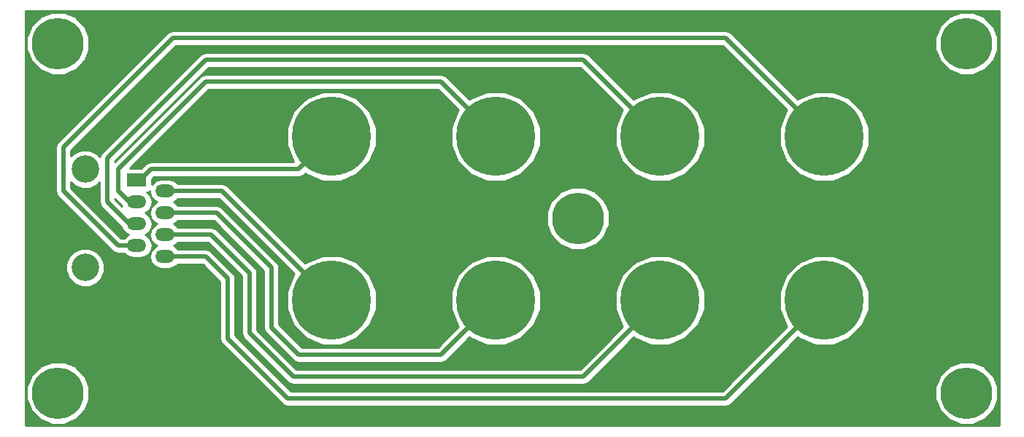
<source format=gtl>
G04 (created by PCBNEW (2013-07-07 BZR 4022)-stable) date 6/30/2014 12:53:30 AM*
%MOIN*%
G04 Gerber Fmt 3.4, Leading zero omitted, Abs format*
%FSLAX34Y34*%
G01*
G70*
G90*
G04 APERTURE LIST*
%ADD10C,0.00590551*%
%ADD11C,0.23622*%
%ADD12C,0.36*%
%ADD13R,0.0885X0.059*%
%ADD14O,0.0885X0.059*%
%ADD15C,0.125984*%
%ADD16C,0.02*%
%ADD17C,0.01*%
G04 APERTURE END LIST*
G54D10*
G54D11*
X52250Y-43750D03*
X52250Y-59750D03*
X93750Y-43750D03*
X93750Y-59750D03*
G54D12*
X64750Y-48000D03*
X64750Y-55500D03*
X72250Y-48000D03*
X72250Y-55500D03*
X79750Y-48000D03*
X79750Y-55500D03*
X87250Y-48000D03*
X87250Y-55500D03*
G54D13*
X55852Y-50000D03*
G54D14*
X55852Y-51000D03*
X57147Y-50500D03*
X57147Y-51500D03*
G54D15*
X53500Y-54000D03*
X53500Y-49500D03*
G54D14*
X57147Y-52500D03*
X55852Y-52000D03*
X55852Y-53000D03*
X57147Y-53500D03*
G54D11*
X76000Y-51750D03*
G54D16*
X57000Y-52500D02*
X59250Y-52500D01*
X76250Y-59000D02*
X79750Y-55500D01*
X63000Y-59000D02*
X76250Y-59000D01*
X61000Y-57000D02*
X63000Y-59000D01*
X61000Y-54250D02*
X61000Y-57000D01*
X59250Y-52500D02*
X61000Y-54250D01*
X58000Y-49500D02*
X63250Y-49500D01*
X56500Y-49500D02*
X58000Y-49500D01*
X56000Y-50000D02*
X56500Y-49500D01*
X63250Y-49500D02*
X64750Y-48000D01*
X57000Y-50500D02*
X59750Y-50500D01*
X59750Y-50500D02*
X64750Y-55500D01*
X72250Y-48000D02*
X69750Y-45500D01*
X56000Y-51000D02*
X55500Y-51000D01*
X59000Y-45500D02*
X69750Y-45500D01*
X55000Y-49500D02*
X59000Y-45500D01*
X55000Y-50500D02*
X55000Y-49500D01*
X55500Y-51000D02*
X55000Y-50500D01*
X57000Y-51500D02*
X59500Y-51500D01*
X69750Y-58000D02*
X72250Y-55500D01*
X63250Y-58000D02*
X69750Y-58000D01*
X62000Y-56750D02*
X63250Y-58000D01*
X62000Y-54000D02*
X62000Y-56750D01*
X59500Y-51500D02*
X62000Y-54000D01*
X79750Y-48000D02*
X76250Y-44500D01*
X56000Y-52000D02*
X55500Y-52000D01*
X59000Y-44500D02*
X76250Y-44500D01*
X58500Y-45000D02*
X59000Y-44500D01*
X54500Y-49000D02*
X58500Y-45000D01*
X54500Y-49500D02*
X54500Y-49000D01*
X54500Y-51000D02*
X54500Y-49500D01*
X55500Y-52000D02*
X54500Y-51000D01*
X87250Y-48000D02*
X82750Y-43500D01*
X56000Y-53000D02*
X55000Y-53000D01*
X57500Y-43500D02*
X82750Y-43500D01*
X52500Y-48500D02*
X57500Y-43500D01*
X52500Y-50500D02*
X52500Y-48500D01*
X55000Y-53000D02*
X52500Y-50500D01*
X57000Y-53500D02*
X59000Y-53500D01*
X82750Y-60000D02*
X87250Y-55500D01*
X62750Y-60000D02*
X82750Y-60000D01*
X60000Y-57250D02*
X62750Y-60000D01*
X60000Y-57000D02*
X60000Y-57250D01*
X60000Y-54500D02*
X60000Y-57000D01*
X59000Y-53500D02*
X60000Y-54500D01*
G54D10*
G36*
X55184Y-51189D02*
X54850Y-50855D01*
X54850Y-50844D01*
X55181Y-51176D01*
X55184Y-51189D01*
X55184Y-51189D01*
G37*
G54D17*
X55184Y-51189D02*
X54850Y-50855D01*
X54850Y-50844D01*
X55181Y-51176D01*
X55184Y-51189D01*
G54D10*
G36*
X55477Y-52500D02*
X55306Y-52614D01*
X55282Y-52650D01*
X55144Y-52650D01*
X52850Y-50355D01*
X52850Y-50094D01*
X53000Y-50245D01*
X53011Y-50250D01*
X53013Y-50254D01*
X53169Y-50315D01*
X53324Y-50379D01*
X53332Y-50379D01*
X53339Y-50382D01*
X53506Y-50379D01*
X53674Y-50380D01*
X53681Y-50377D01*
X53689Y-50376D01*
X53986Y-50254D01*
X53987Y-50250D01*
X53997Y-50246D01*
X54150Y-50094D01*
X54150Y-51000D01*
X54176Y-51133D01*
X54252Y-51247D01*
X55181Y-52176D01*
X55187Y-52208D01*
X55306Y-52385D01*
X55477Y-52500D01*
X55477Y-52500D01*
G37*
G54D17*
X55477Y-52500D02*
X55306Y-52614D01*
X55282Y-52650D01*
X55144Y-52650D01*
X52850Y-50355D01*
X52850Y-50094D01*
X53000Y-50245D01*
X53011Y-50250D01*
X53013Y-50254D01*
X53169Y-50315D01*
X53324Y-50379D01*
X53332Y-50379D01*
X53339Y-50382D01*
X53506Y-50379D01*
X53674Y-50380D01*
X53681Y-50377D01*
X53689Y-50376D01*
X53986Y-50254D01*
X53987Y-50250D01*
X53997Y-50246D01*
X54150Y-50094D01*
X54150Y-51000D01*
X54176Y-51133D01*
X54252Y-51247D01*
X55181Y-52176D01*
X55187Y-52208D01*
X55306Y-52385D01*
X55477Y-52500D01*
G54D10*
G36*
X95230Y-61230D02*
X95182Y-61230D01*
X95182Y-59472D01*
X95182Y-43472D01*
X95181Y-43469D01*
X95181Y-43466D01*
X95073Y-43206D01*
X94967Y-42945D01*
X94963Y-42940D01*
X94963Y-42940D01*
X94963Y-42940D01*
X94959Y-42933D01*
X94950Y-42927D01*
X94570Y-42546D01*
X94566Y-42540D01*
X94563Y-42539D01*
X94561Y-42537D01*
X94301Y-42429D01*
X94041Y-42320D01*
X94038Y-42320D01*
X94035Y-42319D01*
X93754Y-42318D01*
X93472Y-42317D01*
X93469Y-42318D01*
X93466Y-42318D01*
X93206Y-42426D01*
X92945Y-42532D01*
X92940Y-42536D01*
X92940Y-42536D01*
X92940Y-42536D01*
X92933Y-42540D01*
X92927Y-42549D01*
X92546Y-42929D01*
X92540Y-42933D01*
X92539Y-42936D01*
X92537Y-42938D01*
X92429Y-43198D01*
X92320Y-43458D01*
X92320Y-43461D01*
X92319Y-43464D01*
X92318Y-43745D01*
X92317Y-44027D01*
X92318Y-44030D01*
X92318Y-44033D01*
X92426Y-44293D01*
X92532Y-44554D01*
X92536Y-44559D01*
X92536Y-44559D01*
X92536Y-44559D01*
X92540Y-44566D01*
X92549Y-44572D01*
X92929Y-44953D01*
X92933Y-44959D01*
X92936Y-44960D01*
X92938Y-44962D01*
X93198Y-45070D01*
X93458Y-45179D01*
X93461Y-45179D01*
X93464Y-45180D01*
X93745Y-45181D01*
X94027Y-45182D01*
X94030Y-45181D01*
X94033Y-45181D01*
X94293Y-45073D01*
X94554Y-44967D01*
X94559Y-44963D01*
X94559Y-44963D01*
X94559Y-44963D01*
X94566Y-44959D01*
X94572Y-44950D01*
X94953Y-44570D01*
X94959Y-44566D01*
X94960Y-44563D01*
X94962Y-44561D01*
X95070Y-44301D01*
X95179Y-44041D01*
X95179Y-44038D01*
X95180Y-44035D01*
X95181Y-43754D01*
X95182Y-43472D01*
X95182Y-59472D01*
X95181Y-59469D01*
X95181Y-59466D01*
X95073Y-59206D01*
X94967Y-58945D01*
X94963Y-58940D01*
X94963Y-58940D01*
X94963Y-58940D01*
X94959Y-58933D01*
X94950Y-58927D01*
X94570Y-58546D01*
X94566Y-58540D01*
X94563Y-58539D01*
X94561Y-58537D01*
X94301Y-58429D01*
X94041Y-58320D01*
X94038Y-58320D01*
X94035Y-58319D01*
X93754Y-58318D01*
X93472Y-58317D01*
X93469Y-58318D01*
X93466Y-58318D01*
X93206Y-58426D01*
X92945Y-58532D01*
X92940Y-58536D01*
X92940Y-58536D01*
X92940Y-58536D01*
X92933Y-58540D01*
X92927Y-58549D01*
X92546Y-58929D01*
X92540Y-58933D01*
X92539Y-58936D01*
X92537Y-58938D01*
X92429Y-59198D01*
X92320Y-59458D01*
X92320Y-59461D01*
X92319Y-59464D01*
X92318Y-59745D01*
X92317Y-60027D01*
X92318Y-60030D01*
X92318Y-60033D01*
X92426Y-60293D01*
X92532Y-60554D01*
X92536Y-60559D01*
X92536Y-60559D01*
X92536Y-60559D01*
X92540Y-60566D01*
X92549Y-60572D01*
X92929Y-60953D01*
X92933Y-60959D01*
X92936Y-60960D01*
X92938Y-60962D01*
X93198Y-61070D01*
X93458Y-61179D01*
X93461Y-61179D01*
X93464Y-61180D01*
X93745Y-61181D01*
X94027Y-61182D01*
X94030Y-61181D01*
X94033Y-61181D01*
X94293Y-61073D01*
X94554Y-60967D01*
X94559Y-60963D01*
X94559Y-60963D01*
X94559Y-60963D01*
X94566Y-60959D01*
X94572Y-60950D01*
X94953Y-60570D01*
X94959Y-60566D01*
X94960Y-60563D01*
X94962Y-60561D01*
X95070Y-60301D01*
X95179Y-60041D01*
X95179Y-60038D01*
X95180Y-60035D01*
X95181Y-59754D01*
X95182Y-59472D01*
X95182Y-61230D01*
X89300Y-61230D01*
X89300Y-55094D01*
X88988Y-54340D01*
X88412Y-53763D01*
X87659Y-53450D01*
X86844Y-53449D01*
X86090Y-53761D01*
X85513Y-54337D01*
X85200Y-55090D01*
X85199Y-55905D01*
X85511Y-56659D01*
X85553Y-56701D01*
X82605Y-59650D01*
X62894Y-59650D01*
X60350Y-57105D01*
X60350Y-57000D01*
X60350Y-54500D01*
X60323Y-54366D01*
X60247Y-54252D01*
X59247Y-53252D01*
X59133Y-53176D01*
X59000Y-53150D01*
X57717Y-53150D01*
X57693Y-53114D01*
X57522Y-53000D01*
X57693Y-52885D01*
X57717Y-52850D01*
X59105Y-52850D01*
X60650Y-54394D01*
X60650Y-57000D01*
X60676Y-57133D01*
X60752Y-57247D01*
X62752Y-59247D01*
X62752Y-59247D01*
X62866Y-59323D01*
X62999Y-59349D01*
X63000Y-59350D01*
X76250Y-59350D01*
X76383Y-59323D01*
X76383Y-59323D01*
X76497Y-59247D01*
X78547Y-57197D01*
X78587Y-57236D01*
X79340Y-57549D01*
X80155Y-57550D01*
X80909Y-57238D01*
X81486Y-56662D01*
X81799Y-55909D01*
X81800Y-55094D01*
X81488Y-54340D01*
X80912Y-53763D01*
X80159Y-53450D01*
X79344Y-53449D01*
X78590Y-53761D01*
X78013Y-54337D01*
X77700Y-55090D01*
X77699Y-55905D01*
X78011Y-56659D01*
X78053Y-56701D01*
X77432Y-57322D01*
X77432Y-51472D01*
X77431Y-51469D01*
X77431Y-51466D01*
X77323Y-51206D01*
X77217Y-50945D01*
X77213Y-50940D01*
X77213Y-50940D01*
X77213Y-50940D01*
X77209Y-50933D01*
X77200Y-50927D01*
X76820Y-50546D01*
X76816Y-50540D01*
X76813Y-50539D01*
X76811Y-50537D01*
X76551Y-50429D01*
X76291Y-50320D01*
X76288Y-50320D01*
X76285Y-50319D01*
X76004Y-50318D01*
X75722Y-50317D01*
X75719Y-50318D01*
X75716Y-50318D01*
X75456Y-50426D01*
X75195Y-50532D01*
X75190Y-50536D01*
X75190Y-50536D01*
X75190Y-50536D01*
X75183Y-50540D01*
X75177Y-50549D01*
X74796Y-50929D01*
X74790Y-50933D01*
X74789Y-50936D01*
X74787Y-50938D01*
X74679Y-51198D01*
X74570Y-51458D01*
X74570Y-51461D01*
X74569Y-51464D01*
X74568Y-51745D01*
X74567Y-52027D01*
X74568Y-52030D01*
X74568Y-52033D01*
X74676Y-52293D01*
X74782Y-52554D01*
X74786Y-52559D01*
X74786Y-52559D01*
X74786Y-52559D01*
X74790Y-52566D01*
X74799Y-52572D01*
X75179Y-52953D01*
X75183Y-52959D01*
X75186Y-52960D01*
X75188Y-52962D01*
X75448Y-53070D01*
X75708Y-53179D01*
X75711Y-53179D01*
X75714Y-53180D01*
X75995Y-53181D01*
X76277Y-53182D01*
X76280Y-53181D01*
X76283Y-53181D01*
X76543Y-53073D01*
X76804Y-52967D01*
X76809Y-52963D01*
X76809Y-52963D01*
X76809Y-52963D01*
X76816Y-52959D01*
X76822Y-52950D01*
X77203Y-52570D01*
X77209Y-52566D01*
X77210Y-52563D01*
X77212Y-52561D01*
X77320Y-52301D01*
X77429Y-52041D01*
X77429Y-52038D01*
X77430Y-52035D01*
X77431Y-51754D01*
X77432Y-51472D01*
X77432Y-57322D01*
X76105Y-58650D01*
X63144Y-58650D01*
X61350Y-56855D01*
X61350Y-54250D01*
X61323Y-54116D01*
X61247Y-54002D01*
X59497Y-52252D01*
X59383Y-52176D01*
X59250Y-52150D01*
X57717Y-52150D01*
X57693Y-52114D01*
X57522Y-52000D01*
X57693Y-51885D01*
X57717Y-51850D01*
X59355Y-51850D01*
X61650Y-54144D01*
X61650Y-56750D01*
X61676Y-56883D01*
X61752Y-56997D01*
X63002Y-58247D01*
X63116Y-58323D01*
X63116Y-58323D01*
X63250Y-58350D01*
X69750Y-58350D01*
X69883Y-58323D01*
X69883Y-58323D01*
X69997Y-58247D01*
X71047Y-57197D01*
X71087Y-57236D01*
X71840Y-57549D01*
X72655Y-57550D01*
X73409Y-57238D01*
X73986Y-56662D01*
X74299Y-55909D01*
X74300Y-55094D01*
X73988Y-54340D01*
X73412Y-53763D01*
X72659Y-53450D01*
X71844Y-53449D01*
X71090Y-53761D01*
X70513Y-54337D01*
X70200Y-55090D01*
X70199Y-55905D01*
X70511Y-56659D01*
X70553Y-56701D01*
X69605Y-57650D01*
X63394Y-57650D01*
X62350Y-56605D01*
X62350Y-54000D01*
X62323Y-53866D01*
X62323Y-53866D01*
X62247Y-53752D01*
X59747Y-51252D01*
X59633Y-51176D01*
X59500Y-51150D01*
X57717Y-51150D01*
X57693Y-51114D01*
X57522Y-51000D01*
X57693Y-50885D01*
X57717Y-50850D01*
X59605Y-50850D01*
X63052Y-54297D01*
X63013Y-54337D01*
X62700Y-55090D01*
X62699Y-55905D01*
X63011Y-56659D01*
X63587Y-57236D01*
X64340Y-57549D01*
X65155Y-57550D01*
X65909Y-57238D01*
X66486Y-56662D01*
X66799Y-55909D01*
X66800Y-55094D01*
X66488Y-54340D01*
X65912Y-53763D01*
X65159Y-53450D01*
X64344Y-53449D01*
X63590Y-53761D01*
X63548Y-53803D01*
X59997Y-50252D01*
X59883Y-50176D01*
X59750Y-50150D01*
X57717Y-50150D01*
X57693Y-50114D01*
X57517Y-49996D01*
X57308Y-49955D01*
X56986Y-49955D01*
X56777Y-49996D01*
X56601Y-50114D01*
X56545Y-50198D01*
X56545Y-49949D01*
X56644Y-49850D01*
X58000Y-49850D01*
X63250Y-49850D01*
X63383Y-49823D01*
X63383Y-49823D01*
X63497Y-49747D01*
X63547Y-49697D01*
X63587Y-49736D01*
X64340Y-50049D01*
X65155Y-50050D01*
X65909Y-49738D01*
X66486Y-49162D01*
X66799Y-48409D01*
X66800Y-47594D01*
X66488Y-46840D01*
X65912Y-46263D01*
X65159Y-45950D01*
X64344Y-45949D01*
X63590Y-46261D01*
X63013Y-46837D01*
X62700Y-47590D01*
X62699Y-48405D01*
X63007Y-49150D01*
X58000Y-49150D01*
X56500Y-49150D01*
X56366Y-49176D01*
X56252Y-49252D01*
X56050Y-49454D01*
X55540Y-49454D01*
X59144Y-45850D01*
X69605Y-45850D01*
X70552Y-46797D01*
X70513Y-46837D01*
X70200Y-47590D01*
X70199Y-48405D01*
X70511Y-49159D01*
X71087Y-49736D01*
X71840Y-50049D01*
X72655Y-50050D01*
X73409Y-49738D01*
X73986Y-49162D01*
X74299Y-48409D01*
X74300Y-47594D01*
X73988Y-46840D01*
X73412Y-46263D01*
X72659Y-45950D01*
X71844Y-45949D01*
X71090Y-46261D01*
X71048Y-46303D01*
X69997Y-45252D01*
X69883Y-45176D01*
X69750Y-45150D01*
X59000Y-45150D01*
X58999Y-45150D01*
X58866Y-45176D01*
X58752Y-45252D01*
X58752Y-45252D01*
X54850Y-49155D01*
X54850Y-49144D01*
X58747Y-45247D01*
X58747Y-45247D01*
X58747Y-45247D01*
X59144Y-44850D01*
X76105Y-44850D01*
X78052Y-46797D01*
X78013Y-46837D01*
X77700Y-47590D01*
X77699Y-48405D01*
X78011Y-49159D01*
X78587Y-49736D01*
X79340Y-50049D01*
X80155Y-50050D01*
X80909Y-49738D01*
X81486Y-49162D01*
X81799Y-48409D01*
X81800Y-47594D01*
X81488Y-46840D01*
X80912Y-46263D01*
X80159Y-45950D01*
X79344Y-45949D01*
X78590Y-46261D01*
X78548Y-46303D01*
X76497Y-44252D01*
X76383Y-44176D01*
X76250Y-44150D01*
X59000Y-44150D01*
X58866Y-44176D01*
X58752Y-44252D01*
X58252Y-44752D01*
X58252Y-44752D01*
X54252Y-48752D01*
X54176Y-48866D01*
X54165Y-48921D01*
X53999Y-48754D01*
X53988Y-48749D01*
X53986Y-48745D01*
X53830Y-48684D01*
X53675Y-48620D01*
X53667Y-48620D01*
X53660Y-48617D01*
X53493Y-48620D01*
X53325Y-48619D01*
X53318Y-48622D01*
X53310Y-48623D01*
X53013Y-48745D01*
X53012Y-48749D01*
X53002Y-48753D01*
X52850Y-48905D01*
X52850Y-48644D01*
X57644Y-43850D01*
X82605Y-43850D01*
X85552Y-46797D01*
X85513Y-46837D01*
X85200Y-47590D01*
X85199Y-48405D01*
X85511Y-49159D01*
X86087Y-49736D01*
X86840Y-50049D01*
X87655Y-50050D01*
X88409Y-49738D01*
X88986Y-49162D01*
X89299Y-48409D01*
X89300Y-47594D01*
X88988Y-46840D01*
X88412Y-46263D01*
X87659Y-45950D01*
X86844Y-45949D01*
X86090Y-46261D01*
X86048Y-46303D01*
X82997Y-43252D01*
X82883Y-43176D01*
X82750Y-43150D01*
X57500Y-43150D01*
X57366Y-43176D01*
X57252Y-43252D01*
X53682Y-46822D01*
X53682Y-43472D01*
X53681Y-43469D01*
X53681Y-43466D01*
X53573Y-43206D01*
X53467Y-42945D01*
X53463Y-42940D01*
X53463Y-42940D01*
X53463Y-42940D01*
X53459Y-42933D01*
X53450Y-42927D01*
X53070Y-42546D01*
X53066Y-42540D01*
X53063Y-42539D01*
X53061Y-42537D01*
X52801Y-42429D01*
X52541Y-42320D01*
X52538Y-42320D01*
X52535Y-42319D01*
X52254Y-42318D01*
X51972Y-42317D01*
X51969Y-42318D01*
X51966Y-42318D01*
X51706Y-42426D01*
X51445Y-42532D01*
X51440Y-42536D01*
X51440Y-42536D01*
X51440Y-42536D01*
X51433Y-42540D01*
X51427Y-42549D01*
X51046Y-42929D01*
X51040Y-42933D01*
X51039Y-42936D01*
X51037Y-42938D01*
X50929Y-43198D01*
X50820Y-43458D01*
X50820Y-43461D01*
X50819Y-43464D01*
X50818Y-43745D01*
X50817Y-44027D01*
X50818Y-44030D01*
X50818Y-44033D01*
X50926Y-44293D01*
X51032Y-44554D01*
X51036Y-44559D01*
X51036Y-44559D01*
X51036Y-44559D01*
X51040Y-44566D01*
X51049Y-44572D01*
X51429Y-44953D01*
X51433Y-44959D01*
X51436Y-44960D01*
X51438Y-44962D01*
X51698Y-45070D01*
X51958Y-45179D01*
X51961Y-45179D01*
X51964Y-45180D01*
X52245Y-45181D01*
X52527Y-45182D01*
X52530Y-45181D01*
X52533Y-45181D01*
X52793Y-45073D01*
X53054Y-44967D01*
X53059Y-44963D01*
X53059Y-44963D01*
X53059Y-44963D01*
X53066Y-44959D01*
X53072Y-44950D01*
X53453Y-44570D01*
X53459Y-44566D01*
X53460Y-44563D01*
X53462Y-44561D01*
X53570Y-44301D01*
X53679Y-44041D01*
X53679Y-44038D01*
X53680Y-44035D01*
X53681Y-43754D01*
X53682Y-43472D01*
X53682Y-46822D01*
X52252Y-48252D01*
X52176Y-48366D01*
X52150Y-48500D01*
X52150Y-50500D01*
X52176Y-50633D01*
X52252Y-50747D01*
X54752Y-53247D01*
X54866Y-53323D01*
X54866Y-53323D01*
X55000Y-53350D01*
X55282Y-53350D01*
X55306Y-53385D01*
X55482Y-53503D01*
X55691Y-53545D01*
X56013Y-53545D01*
X56222Y-53503D01*
X56398Y-53385D01*
X56517Y-53208D01*
X56558Y-53000D01*
X56517Y-52791D01*
X56398Y-52614D01*
X56227Y-52500D01*
X56398Y-52385D01*
X56517Y-52208D01*
X56558Y-52000D01*
X56517Y-51791D01*
X56398Y-51614D01*
X56227Y-51500D01*
X56398Y-51385D01*
X56517Y-51208D01*
X56558Y-51000D01*
X56517Y-50791D01*
X56398Y-50614D01*
X56294Y-50545D01*
X56344Y-50545D01*
X56436Y-50507D01*
X56441Y-50501D01*
X56482Y-50708D01*
X56601Y-50885D01*
X56772Y-51000D01*
X56601Y-51114D01*
X56482Y-51291D01*
X56441Y-51500D01*
X56482Y-51708D01*
X56601Y-51885D01*
X56772Y-52000D01*
X56601Y-52114D01*
X56482Y-52291D01*
X56441Y-52500D01*
X56482Y-52708D01*
X56601Y-52885D01*
X56772Y-53000D01*
X56601Y-53114D01*
X56482Y-53291D01*
X56441Y-53500D01*
X56482Y-53708D01*
X56601Y-53885D01*
X56777Y-54003D01*
X56986Y-54045D01*
X57308Y-54045D01*
X57517Y-54003D01*
X57693Y-53885D01*
X57717Y-53850D01*
X58855Y-53850D01*
X59650Y-54644D01*
X59650Y-57000D01*
X59650Y-57250D01*
X59676Y-57383D01*
X59752Y-57497D01*
X62502Y-60247D01*
X62502Y-60247D01*
X62616Y-60323D01*
X62749Y-60350D01*
X62749Y-60349D01*
X62750Y-60350D01*
X82750Y-60350D01*
X82883Y-60323D01*
X82883Y-60323D01*
X82997Y-60247D01*
X86047Y-57197D01*
X86087Y-57236D01*
X86840Y-57549D01*
X87655Y-57550D01*
X88409Y-57238D01*
X88986Y-56662D01*
X89299Y-55909D01*
X89300Y-55094D01*
X89300Y-61230D01*
X54382Y-61230D01*
X54382Y-54160D01*
X54379Y-53993D01*
X54380Y-53825D01*
X54377Y-53818D01*
X54376Y-53810D01*
X54254Y-53513D01*
X54250Y-53512D01*
X54246Y-53502D01*
X53999Y-53254D01*
X53988Y-53249D01*
X53986Y-53245D01*
X53830Y-53184D01*
X53675Y-53120D01*
X53667Y-53120D01*
X53660Y-53117D01*
X53493Y-53120D01*
X53325Y-53119D01*
X53318Y-53122D01*
X53310Y-53123D01*
X53013Y-53245D01*
X53012Y-53249D01*
X53002Y-53253D01*
X52754Y-53500D01*
X52749Y-53511D01*
X52745Y-53513D01*
X52684Y-53669D01*
X52620Y-53824D01*
X52620Y-53832D01*
X52617Y-53839D01*
X52620Y-54006D01*
X52619Y-54174D01*
X52622Y-54181D01*
X52623Y-54189D01*
X52745Y-54486D01*
X52749Y-54487D01*
X52753Y-54497D01*
X53000Y-54745D01*
X53011Y-54750D01*
X53013Y-54754D01*
X53169Y-54815D01*
X53324Y-54879D01*
X53332Y-54879D01*
X53339Y-54882D01*
X53506Y-54879D01*
X53674Y-54880D01*
X53681Y-54877D01*
X53689Y-54876D01*
X53986Y-54754D01*
X53987Y-54750D01*
X53997Y-54746D01*
X54245Y-54499D01*
X54250Y-54488D01*
X54254Y-54486D01*
X54315Y-54330D01*
X54379Y-54175D01*
X54379Y-54167D01*
X54382Y-54160D01*
X54382Y-61230D01*
X53682Y-61230D01*
X53682Y-59472D01*
X53681Y-59469D01*
X53681Y-59466D01*
X53573Y-59206D01*
X53467Y-58945D01*
X53463Y-58940D01*
X53463Y-58940D01*
X53463Y-58940D01*
X53459Y-58933D01*
X53450Y-58927D01*
X53070Y-58546D01*
X53066Y-58540D01*
X53063Y-58539D01*
X53061Y-58537D01*
X52801Y-58429D01*
X52541Y-58320D01*
X52538Y-58320D01*
X52535Y-58319D01*
X52254Y-58318D01*
X51972Y-58317D01*
X51969Y-58318D01*
X51966Y-58318D01*
X51706Y-58426D01*
X51445Y-58532D01*
X51440Y-58536D01*
X51440Y-58536D01*
X51440Y-58536D01*
X51433Y-58540D01*
X51427Y-58549D01*
X51046Y-58929D01*
X51040Y-58933D01*
X51039Y-58936D01*
X51037Y-58938D01*
X50929Y-59198D01*
X50820Y-59458D01*
X50820Y-59461D01*
X50819Y-59464D01*
X50818Y-59745D01*
X50817Y-60027D01*
X50818Y-60030D01*
X50818Y-60033D01*
X50926Y-60293D01*
X51032Y-60554D01*
X51036Y-60559D01*
X51036Y-60559D01*
X51036Y-60559D01*
X51040Y-60566D01*
X51049Y-60572D01*
X51429Y-60953D01*
X51433Y-60959D01*
X51436Y-60960D01*
X51438Y-60962D01*
X51698Y-61070D01*
X51958Y-61179D01*
X51961Y-61179D01*
X51964Y-61180D01*
X52245Y-61181D01*
X52527Y-61182D01*
X52530Y-61181D01*
X52533Y-61181D01*
X52793Y-61073D01*
X53054Y-60967D01*
X53059Y-60963D01*
X53059Y-60963D01*
X53059Y-60963D01*
X53066Y-60959D01*
X53072Y-60950D01*
X53453Y-60570D01*
X53459Y-60566D01*
X53460Y-60563D01*
X53462Y-60561D01*
X53570Y-60301D01*
X53679Y-60041D01*
X53679Y-60038D01*
X53680Y-60035D01*
X53681Y-59754D01*
X53682Y-59472D01*
X53682Y-61230D01*
X50769Y-61230D01*
X50769Y-42269D01*
X95230Y-42269D01*
X95230Y-61230D01*
X95230Y-61230D01*
G37*
G54D17*
X95230Y-61230D02*
X95182Y-61230D01*
X95182Y-59472D01*
X95182Y-43472D01*
X95181Y-43469D01*
X95181Y-43466D01*
X95073Y-43206D01*
X94967Y-42945D01*
X94963Y-42940D01*
X94963Y-42940D01*
X94963Y-42940D01*
X94959Y-42933D01*
X94950Y-42927D01*
X94570Y-42546D01*
X94566Y-42540D01*
X94563Y-42539D01*
X94561Y-42537D01*
X94301Y-42429D01*
X94041Y-42320D01*
X94038Y-42320D01*
X94035Y-42319D01*
X93754Y-42318D01*
X93472Y-42317D01*
X93469Y-42318D01*
X93466Y-42318D01*
X93206Y-42426D01*
X92945Y-42532D01*
X92940Y-42536D01*
X92940Y-42536D01*
X92940Y-42536D01*
X92933Y-42540D01*
X92927Y-42549D01*
X92546Y-42929D01*
X92540Y-42933D01*
X92539Y-42936D01*
X92537Y-42938D01*
X92429Y-43198D01*
X92320Y-43458D01*
X92320Y-43461D01*
X92319Y-43464D01*
X92318Y-43745D01*
X92317Y-44027D01*
X92318Y-44030D01*
X92318Y-44033D01*
X92426Y-44293D01*
X92532Y-44554D01*
X92536Y-44559D01*
X92536Y-44559D01*
X92536Y-44559D01*
X92540Y-44566D01*
X92549Y-44572D01*
X92929Y-44953D01*
X92933Y-44959D01*
X92936Y-44960D01*
X92938Y-44962D01*
X93198Y-45070D01*
X93458Y-45179D01*
X93461Y-45179D01*
X93464Y-45180D01*
X93745Y-45181D01*
X94027Y-45182D01*
X94030Y-45181D01*
X94033Y-45181D01*
X94293Y-45073D01*
X94554Y-44967D01*
X94559Y-44963D01*
X94559Y-44963D01*
X94559Y-44963D01*
X94566Y-44959D01*
X94572Y-44950D01*
X94953Y-44570D01*
X94959Y-44566D01*
X94960Y-44563D01*
X94962Y-44561D01*
X95070Y-44301D01*
X95179Y-44041D01*
X95179Y-44038D01*
X95180Y-44035D01*
X95181Y-43754D01*
X95182Y-43472D01*
X95182Y-59472D01*
X95181Y-59469D01*
X95181Y-59466D01*
X95073Y-59206D01*
X94967Y-58945D01*
X94963Y-58940D01*
X94963Y-58940D01*
X94963Y-58940D01*
X94959Y-58933D01*
X94950Y-58927D01*
X94570Y-58546D01*
X94566Y-58540D01*
X94563Y-58539D01*
X94561Y-58537D01*
X94301Y-58429D01*
X94041Y-58320D01*
X94038Y-58320D01*
X94035Y-58319D01*
X93754Y-58318D01*
X93472Y-58317D01*
X93469Y-58318D01*
X93466Y-58318D01*
X93206Y-58426D01*
X92945Y-58532D01*
X92940Y-58536D01*
X92940Y-58536D01*
X92940Y-58536D01*
X92933Y-58540D01*
X92927Y-58549D01*
X92546Y-58929D01*
X92540Y-58933D01*
X92539Y-58936D01*
X92537Y-58938D01*
X92429Y-59198D01*
X92320Y-59458D01*
X92320Y-59461D01*
X92319Y-59464D01*
X92318Y-59745D01*
X92317Y-60027D01*
X92318Y-60030D01*
X92318Y-60033D01*
X92426Y-60293D01*
X92532Y-60554D01*
X92536Y-60559D01*
X92536Y-60559D01*
X92536Y-60559D01*
X92540Y-60566D01*
X92549Y-60572D01*
X92929Y-60953D01*
X92933Y-60959D01*
X92936Y-60960D01*
X92938Y-60962D01*
X93198Y-61070D01*
X93458Y-61179D01*
X93461Y-61179D01*
X93464Y-61180D01*
X93745Y-61181D01*
X94027Y-61182D01*
X94030Y-61181D01*
X94033Y-61181D01*
X94293Y-61073D01*
X94554Y-60967D01*
X94559Y-60963D01*
X94559Y-60963D01*
X94559Y-60963D01*
X94566Y-60959D01*
X94572Y-60950D01*
X94953Y-60570D01*
X94959Y-60566D01*
X94960Y-60563D01*
X94962Y-60561D01*
X95070Y-60301D01*
X95179Y-60041D01*
X95179Y-60038D01*
X95180Y-60035D01*
X95181Y-59754D01*
X95182Y-59472D01*
X95182Y-61230D01*
X89300Y-61230D01*
X89300Y-55094D01*
X88988Y-54340D01*
X88412Y-53763D01*
X87659Y-53450D01*
X86844Y-53449D01*
X86090Y-53761D01*
X85513Y-54337D01*
X85200Y-55090D01*
X85199Y-55905D01*
X85511Y-56659D01*
X85553Y-56701D01*
X82605Y-59650D01*
X62894Y-59650D01*
X60350Y-57105D01*
X60350Y-57000D01*
X60350Y-54500D01*
X60323Y-54366D01*
X60247Y-54252D01*
X59247Y-53252D01*
X59133Y-53176D01*
X59000Y-53150D01*
X57717Y-53150D01*
X57693Y-53114D01*
X57522Y-53000D01*
X57693Y-52885D01*
X57717Y-52850D01*
X59105Y-52850D01*
X60650Y-54394D01*
X60650Y-57000D01*
X60676Y-57133D01*
X60752Y-57247D01*
X62752Y-59247D01*
X62752Y-59247D01*
X62866Y-59323D01*
X62999Y-59349D01*
X63000Y-59350D01*
X76250Y-59350D01*
X76383Y-59323D01*
X76383Y-59323D01*
X76497Y-59247D01*
X78547Y-57197D01*
X78587Y-57236D01*
X79340Y-57549D01*
X80155Y-57550D01*
X80909Y-57238D01*
X81486Y-56662D01*
X81799Y-55909D01*
X81800Y-55094D01*
X81488Y-54340D01*
X80912Y-53763D01*
X80159Y-53450D01*
X79344Y-53449D01*
X78590Y-53761D01*
X78013Y-54337D01*
X77700Y-55090D01*
X77699Y-55905D01*
X78011Y-56659D01*
X78053Y-56701D01*
X77432Y-57322D01*
X77432Y-51472D01*
X77431Y-51469D01*
X77431Y-51466D01*
X77323Y-51206D01*
X77217Y-50945D01*
X77213Y-50940D01*
X77213Y-50940D01*
X77213Y-50940D01*
X77209Y-50933D01*
X77200Y-50927D01*
X76820Y-50546D01*
X76816Y-50540D01*
X76813Y-50539D01*
X76811Y-50537D01*
X76551Y-50429D01*
X76291Y-50320D01*
X76288Y-50320D01*
X76285Y-50319D01*
X76004Y-50318D01*
X75722Y-50317D01*
X75719Y-50318D01*
X75716Y-50318D01*
X75456Y-50426D01*
X75195Y-50532D01*
X75190Y-50536D01*
X75190Y-50536D01*
X75190Y-50536D01*
X75183Y-50540D01*
X75177Y-50549D01*
X74796Y-50929D01*
X74790Y-50933D01*
X74789Y-50936D01*
X74787Y-50938D01*
X74679Y-51198D01*
X74570Y-51458D01*
X74570Y-51461D01*
X74569Y-51464D01*
X74568Y-51745D01*
X74567Y-52027D01*
X74568Y-52030D01*
X74568Y-52033D01*
X74676Y-52293D01*
X74782Y-52554D01*
X74786Y-52559D01*
X74786Y-52559D01*
X74786Y-52559D01*
X74790Y-52566D01*
X74799Y-52572D01*
X75179Y-52953D01*
X75183Y-52959D01*
X75186Y-52960D01*
X75188Y-52962D01*
X75448Y-53070D01*
X75708Y-53179D01*
X75711Y-53179D01*
X75714Y-53180D01*
X75995Y-53181D01*
X76277Y-53182D01*
X76280Y-53181D01*
X76283Y-53181D01*
X76543Y-53073D01*
X76804Y-52967D01*
X76809Y-52963D01*
X76809Y-52963D01*
X76809Y-52963D01*
X76816Y-52959D01*
X76822Y-52950D01*
X77203Y-52570D01*
X77209Y-52566D01*
X77210Y-52563D01*
X77212Y-52561D01*
X77320Y-52301D01*
X77429Y-52041D01*
X77429Y-52038D01*
X77430Y-52035D01*
X77431Y-51754D01*
X77432Y-51472D01*
X77432Y-57322D01*
X76105Y-58650D01*
X63144Y-58650D01*
X61350Y-56855D01*
X61350Y-54250D01*
X61323Y-54116D01*
X61247Y-54002D01*
X59497Y-52252D01*
X59383Y-52176D01*
X59250Y-52150D01*
X57717Y-52150D01*
X57693Y-52114D01*
X57522Y-52000D01*
X57693Y-51885D01*
X57717Y-51850D01*
X59355Y-51850D01*
X61650Y-54144D01*
X61650Y-56750D01*
X61676Y-56883D01*
X61752Y-56997D01*
X63002Y-58247D01*
X63116Y-58323D01*
X63116Y-58323D01*
X63250Y-58350D01*
X69750Y-58350D01*
X69883Y-58323D01*
X69883Y-58323D01*
X69997Y-58247D01*
X71047Y-57197D01*
X71087Y-57236D01*
X71840Y-57549D01*
X72655Y-57550D01*
X73409Y-57238D01*
X73986Y-56662D01*
X74299Y-55909D01*
X74300Y-55094D01*
X73988Y-54340D01*
X73412Y-53763D01*
X72659Y-53450D01*
X71844Y-53449D01*
X71090Y-53761D01*
X70513Y-54337D01*
X70200Y-55090D01*
X70199Y-55905D01*
X70511Y-56659D01*
X70553Y-56701D01*
X69605Y-57650D01*
X63394Y-57650D01*
X62350Y-56605D01*
X62350Y-54000D01*
X62323Y-53866D01*
X62323Y-53866D01*
X62247Y-53752D01*
X59747Y-51252D01*
X59633Y-51176D01*
X59500Y-51150D01*
X57717Y-51150D01*
X57693Y-51114D01*
X57522Y-51000D01*
X57693Y-50885D01*
X57717Y-50850D01*
X59605Y-50850D01*
X63052Y-54297D01*
X63013Y-54337D01*
X62700Y-55090D01*
X62699Y-55905D01*
X63011Y-56659D01*
X63587Y-57236D01*
X64340Y-57549D01*
X65155Y-57550D01*
X65909Y-57238D01*
X66486Y-56662D01*
X66799Y-55909D01*
X66800Y-55094D01*
X66488Y-54340D01*
X65912Y-53763D01*
X65159Y-53450D01*
X64344Y-53449D01*
X63590Y-53761D01*
X63548Y-53803D01*
X59997Y-50252D01*
X59883Y-50176D01*
X59750Y-50150D01*
X57717Y-50150D01*
X57693Y-50114D01*
X57517Y-49996D01*
X57308Y-49955D01*
X56986Y-49955D01*
X56777Y-49996D01*
X56601Y-50114D01*
X56545Y-50198D01*
X56545Y-49949D01*
X56644Y-49850D01*
X58000Y-49850D01*
X63250Y-49850D01*
X63383Y-49823D01*
X63383Y-49823D01*
X63497Y-49747D01*
X63547Y-49697D01*
X63587Y-49736D01*
X64340Y-50049D01*
X65155Y-50050D01*
X65909Y-49738D01*
X66486Y-49162D01*
X66799Y-48409D01*
X66800Y-47594D01*
X66488Y-46840D01*
X65912Y-46263D01*
X65159Y-45950D01*
X64344Y-45949D01*
X63590Y-46261D01*
X63013Y-46837D01*
X62700Y-47590D01*
X62699Y-48405D01*
X63007Y-49150D01*
X58000Y-49150D01*
X56500Y-49150D01*
X56366Y-49176D01*
X56252Y-49252D01*
X56050Y-49454D01*
X55540Y-49454D01*
X59144Y-45850D01*
X69605Y-45850D01*
X70552Y-46797D01*
X70513Y-46837D01*
X70200Y-47590D01*
X70199Y-48405D01*
X70511Y-49159D01*
X71087Y-49736D01*
X71840Y-50049D01*
X72655Y-50050D01*
X73409Y-49738D01*
X73986Y-49162D01*
X74299Y-48409D01*
X74300Y-47594D01*
X73988Y-46840D01*
X73412Y-46263D01*
X72659Y-45950D01*
X71844Y-45949D01*
X71090Y-46261D01*
X71048Y-46303D01*
X69997Y-45252D01*
X69883Y-45176D01*
X69750Y-45150D01*
X59000Y-45150D01*
X58999Y-45150D01*
X58866Y-45176D01*
X58752Y-45252D01*
X58752Y-45252D01*
X54850Y-49155D01*
X54850Y-49144D01*
X58747Y-45247D01*
X58747Y-45247D01*
X58747Y-45247D01*
X59144Y-44850D01*
X76105Y-44850D01*
X78052Y-46797D01*
X78013Y-46837D01*
X77700Y-47590D01*
X77699Y-48405D01*
X78011Y-49159D01*
X78587Y-49736D01*
X79340Y-50049D01*
X80155Y-50050D01*
X80909Y-49738D01*
X81486Y-49162D01*
X81799Y-48409D01*
X81800Y-47594D01*
X81488Y-46840D01*
X80912Y-46263D01*
X80159Y-45950D01*
X79344Y-45949D01*
X78590Y-46261D01*
X78548Y-46303D01*
X76497Y-44252D01*
X76383Y-44176D01*
X76250Y-44150D01*
X59000Y-44150D01*
X58866Y-44176D01*
X58752Y-44252D01*
X58252Y-44752D01*
X58252Y-44752D01*
X54252Y-48752D01*
X54176Y-48866D01*
X54165Y-48921D01*
X53999Y-48754D01*
X53988Y-48749D01*
X53986Y-48745D01*
X53830Y-48684D01*
X53675Y-48620D01*
X53667Y-48620D01*
X53660Y-48617D01*
X53493Y-48620D01*
X53325Y-48619D01*
X53318Y-48622D01*
X53310Y-48623D01*
X53013Y-48745D01*
X53012Y-48749D01*
X53002Y-48753D01*
X52850Y-48905D01*
X52850Y-48644D01*
X57644Y-43850D01*
X82605Y-43850D01*
X85552Y-46797D01*
X85513Y-46837D01*
X85200Y-47590D01*
X85199Y-48405D01*
X85511Y-49159D01*
X86087Y-49736D01*
X86840Y-50049D01*
X87655Y-50050D01*
X88409Y-49738D01*
X88986Y-49162D01*
X89299Y-48409D01*
X89300Y-47594D01*
X88988Y-46840D01*
X88412Y-46263D01*
X87659Y-45950D01*
X86844Y-45949D01*
X86090Y-46261D01*
X86048Y-46303D01*
X82997Y-43252D01*
X82883Y-43176D01*
X82750Y-43150D01*
X57500Y-43150D01*
X57366Y-43176D01*
X57252Y-43252D01*
X53682Y-46822D01*
X53682Y-43472D01*
X53681Y-43469D01*
X53681Y-43466D01*
X53573Y-43206D01*
X53467Y-42945D01*
X53463Y-42940D01*
X53463Y-42940D01*
X53463Y-42940D01*
X53459Y-42933D01*
X53450Y-42927D01*
X53070Y-42546D01*
X53066Y-42540D01*
X53063Y-42539D01*
X53061Y-42537D01*
X52801Y-42429D01*
X52541Y-42320D01*
X52538Y-42320D01*
X52535Y-42319D01*
X52254Y-42318D01*
X51972Y-42317D01*
X51969Y-42318D01*
X51966Y-42318D01*
X51706Y-42426D01*
X51445Y-42532D01*
X51440Y-42536D01*
X51440Y-42536D01*
X51440Y-42536D01*
X51433Y-42540D01*
X51427Y-42549D01*
X51046Y-42929D01*
X51040Y-42933D01*
X51039Y-42936D01*
X51037Y-42938D01*
X50929Y-43198D01*
X50820Y-43458D01*
X50820Y-43461D01*
X50819Y-43464D01*
X50818Y-43745D01*
X50817Y-44027D01*
X50818Y-44030D01*
X50818Y-44033D01*
X50926Y-44293D01*
X51032Y-44554D01*
X51036Y-44559D01*
X51036Y-44559D01*
X51036Y-44559D01*
X51040Y-44566D01*
X51049Y-44572D01*
X51429Y-44953D01*
X51433Y-44959D01*
X51436Y-44960D01*
X51438Y-44962D01*
X51698Y-45070D01*
X51958Y-45179D01*
X51961Y-45179D01*
X51964Y-45180D01*
X52245Y-45181D01*
X52527Y-45182D01*
X52530Y-45181D01*
X52533Y-45181D01*
X52793Y-45073D01*
X53054Y-44967D01*
X53059Y-44963D01*
X53059Y-44963D01*
X53059Y-44963D01*
X53066Y-44959D01*
X53072Y-44950D01*
X53453Y-44570D01*
X53459Y-44566D01*
X53460Y-44563D01*
X53462Y-44561D01*
X53570Y-44301D01*
X53679Y-44041D01*
X53679Y-44038D01*
X53680Y-44035D01*
X53681Y-43754D01*
X53682Y-43472D01*
X53682Y-46822D01*
X52252Y-48252D01*
X52176Y-48366D01*
X52150Y-48500D01*
X52150Y-50500D01*
X52176Y-50633D01*
X52252Y-50747D01*
X54752Y-53247D01*
X54866Y-53323D01*
X54866Y-53323D01*
X55000Y-53350D01*
X55282Y-53350D01*
X55306Y-53385D01*
X55482Y-53503D01*
X55691Y-53545D01*
X56013Y-53545D01*
X56222Y-53503D01*
X56398Y-53385D01*
X56517Y-53208D01*
X56558Y-53000D01*
X56517Y-52791D01*
X56398Y-52614D01*
X56227Y-52500D01*
X56398Y-52385D01*
X56517Y-52208D01*
X56558Y-52000D01*
X56517Y-51791D01*
X56398Y-51614D01*
X56227Y-51500D01*
X56398Y-51385D01*
X56517Y-51208D01*
X56558Y-51000D01*
X56517Y-50791D01*
X56398Y-50614D01*
X56294Y-50545D01*
X56344Y-50545D01*
X56436Y-50507D01*
X56441Y-50501D01*
X56482Y-50708D01*
X56601Y-50885D01*
X56772Y-51000D01*
X56601Y-51114D01*
X56482Y-51291D01*
X56441Y-51500D01*
X56482Y-51708D01*
X56601Y-51885D01*
X56772Y-52000D01*
X56601Y-52114D01*
X56482Y-52291D01*
X56441Y-52500D01*
X56482Y-52708D01*
X56601Y-52885D01*
X56772Y-53000D01*
X56601Y-53114D01*
X56482Y-53291D01*
X56441Y-53500D01*
X56482Y-53708D01*
X56601Y-53885D01*
X56777Y-54003D01*
X56986Y-54045D01*
X57308Y-54045D01*
X57517Y-54003D01*
X57693Y-53885D01*
X57717Y-53850D01*
X58855Y-53850D01*
X59650Y-54644D01*
X59650Y-57000D01*
X59650Y-57250D01*
X59676Y-57383D01*
X59752Y-57497D01*
X62502Y-60247D01*
X62502Y-60247D01*
X62616Y-60323D01*
X62749Y-60350D01*
X62749Y-60349D01*
X62750Y-60350D01*
X82750Y-60350D01*
X82883Y-60323D01*
X82883Y-60323D01*
X82997Y-60247D01*
X86047Y-57197D01*
X86087Y-57236D01*
X86840Y-57549D01*
X87655Y-57550D01*
X88409Y-57238D01*
X88986Y-56662D01*
X89299Y-55909D01*
X89300Y-55094D01*
X89300Y-61230D01*
X54382Y-61230D01*
X54382Y-54160D01*
X54379Y-53993D01*
X54380Y-53825D01*
X54377Y-53818D01*
X54376Y-53810D01*
X54254Y-53513D01*
X54250Y-53512D01*
X54246Y-53502D01*
X53999Y-53254D01*
X53988Y-53249D01*
X53986Y-53245D01*
X53830Y-53184D01*
X53675Y-53120D01*
X53667Y-53120D01*
X53660Y-53117D01*
X53493Y-53120D01*
X53325Y-53119D01*
X53318Y-53122D01*
X53310Y-53123D01*
X53013Y-53245D01*
X53012Y-53249D01*
X53002Y-53253D01*
X52754Y-53500D01*
X52749Y-53511D01*
X52745Y-53513D01*
X52684Y-53669D01*
X52620Y-53824D01*
X52620Y-53832D01*
X52617Y-53839D01*
X52620Y-54006D01*
X52619Y-54174D01*
X52622Y-54181D01*
X52623Y-54189D01*
X52745Y-54486D01*
X52749Y-54487D01*
X52753Y-54497D01*
X53000Y-54745D01*
X53011Y-54750D01*
X53013Y-54754D01*
X53169Y-54815D01*
X53324Y-54879D01*
X53332Y-54879D01*
X53339Y-54882D01*
X53506Y-54879D01*
X53674Y-54880D01*
X53681Y-54877D01*
X53689Y-54876D01*
X53986Y-54754D01*
X53987Y-54750D01*
X53997Y-54746D01*
X54245Y-54499D01*
X54250Y-54488D01*
X54254Y-54486D01*
X54315Y-54330D01*
X54379Y-54175D01*
X54379Y-54167D01*
X54382Y-54160D01*
X54382Y-61230D01*
X53682Y-61230D01*
X53682Y-59472D01*
X53681Y-59469D01*
X53681Y-59466D01*
X53573Y-59206D01*
X53467Y-58945D01*
X53463Y-58940D01*
X53463Y-58940D01*
X53463Y-58940D01*
X53459Y-58933D01*
X53450Y-58927D01*
X53070Y-58546D01*
X53066Y-58540D01*
X53063Y-58539D01*
X53061Y-58537D01*
X52801Y-58429D01*
X52541Y-58320D01*
X52538Y-58320D01*
X52535Y-58319D01*
X52254Y-58318D01*
X51972Y-58317D01*
X51969Y-58318D01*
X51966Y-58318D01*
X51706Y-58426D01*
X51445Y-58532D01*
X51440Y-58536D01*
X51440Y-58536D01*
X51440Y-58536D01*
X51433Y-58540D01*
X51427Y-58549D01*
X51046Y-58929D01*
X51040Y-58933D01*
X51039Y-58936D01*
X51037Y-58938D01*
X50929Y-59198D01*
X50820Y-59458D01*
X50820Y-59461D01*
X50819Y-59464D01*
X50818Y-59745D01*
X50817Y-60027D01*
X50818Y-60030D01*
X50818Y-60033D01*
X50926Y-60293D01*
X51032Y-60554D01*
X51036Y-60559D01*
X51036Y-60559D01*
X51036Y-60559D01*
X51040Y-60566D01*
X51049Y-60572D01*
X51429Y-60953D01*
X51433Y-60959D01*
X51436Y-60960D01*
X51438Y-60962D01*
X51698Y-61070D01*
X51958Y-61179D01*
X51961Y-61179D01*
X51964Y-61180D01*
X52245Y-61181D01*
X52527Y-61182D01*
X52530Y-61181D01*
X52533Y-61181D01*
X52793Y-61073D01*
X53054Y-60967D01*
X53059Y-60963D01*
X53059Y-60963D01*
X53059Y-60963D01*
X53066Y-60959D01*
X53072Y-60950D01*
X53453Y-60570D01*
X53459Y-60566D01*
X53460Y-60563D01*
X53462Y-60561D01*
X53570Y-60301D01*
X53679Y-60041D01*
X53679Y-60038D01*
X53680Y-60035D01*
X53681Y-59754D01*
X53682Y-59472D01*
X53682Y-61230D01*
X50769Y-61230D01*
X50769Y-42269D01*
X95230Y-42269D01*
X95230Y-61230D01*
M02*

</source>
